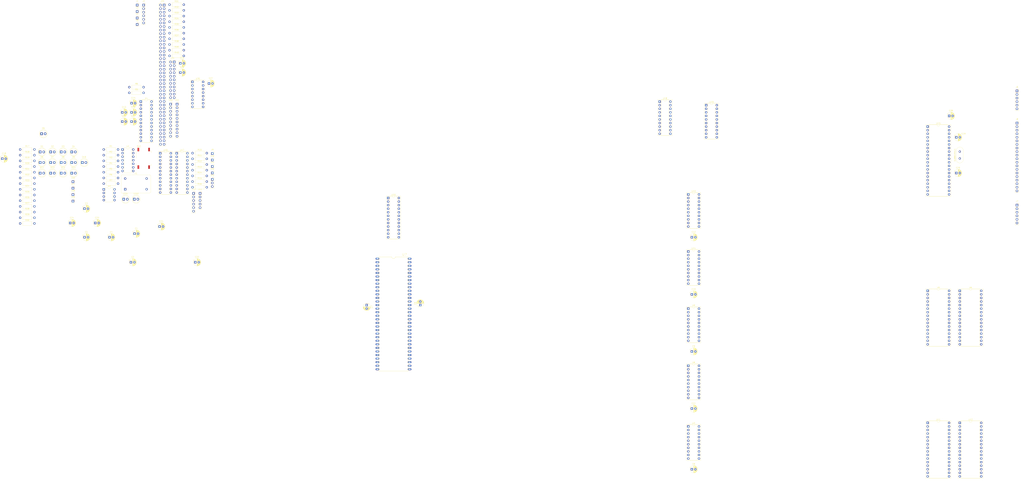
<source format=kicad_pcb>
(kicad_pcb (version 20221018) (generator pcbnew)
  (layers (0 "F.Cu" signal) (1 "In1.Cu" power) (2 "In2.Cu" power) (31 "B.Cu" signal) (34 "B.Paste" user) (35 "F.Paste" user) (36 "B.SilkS" user "B.Silkscreen") (37 "F.SilkS" user "F.Silkscreen") (38 "B.Mask" user) (39 "F.Mask" user) (44 "Edge.Cuts" user))
  (net 0 "")
  (net 1 "GND")
  (net 2 "VCC")
  (net 3 "Net-(U15-X1{slash}CLK)")
  (net 4 "Net-(U15-X2)")
  (net 5 "Net-(U2-CV)")
  (net 6 "RXDA")
  (net 7 "TXDA")
  (net 8 "Net-(SW1-K)")
  (net 9 "Net-(D1-K)")
  (net 10 "Net-(D1-A)")
  (net 11 "Net-(D2-K)")
  (net 12 "Net-(D2-A)")
  (net 13 "Net-(D3-K)")
  (net 14 "Net-(D3-A)")
  (net 16 "Net-(D4-K)")
  (net 17 "Net-(D4-A)")
  (net 18 "Net-(D5-K)")
  (net 19 "D4")
  (net 20 "D3")
  (net 21 "D2")
  (net 22 "D1")
  (net 23 "D0")
  (net 24 "~{AS}")
  (net 25 "~{UDS}")
  (net 26 "~{LDS}")
  (net 27 "R{slash}~{W}")
  (net 28 "CLK")
  (net 29 "~{HALT}")
  (net 30 "~{RESET}")
  (net 31 "A1")
  (net 32 "A2")
  (net 33 "A3")
  (net 34 "A4")
  (net 35 "A5")
  (net 36 "A6")
  (net 37 "A7")
  (net 38 "A8")
  (net 39 "A9")
  (net 40 "A10")
  (net 41 "A11")
  (net 42 "A12")
  (net 43 "A13")
  (net 44 "A14")
  (net 45 "A15")
  (net 46 "A16")
  (net 47 "A17")
  (net 48 "A18")
  (net 49 "A19")
  (net 50 "A20")
  (net 51 "A21")
  (net 52 "A22")
  (net 53 "A23")
  (net 54 "D15")
  (net 55 "D14")
  (net 56 "D13")
  (net 57 "D12")
  (net 58 "D11")
  (net 59 "D10")
  (net 60 "D9")
  (net 61 "D8")
  (net 62 "D7")
  (net 63 "D6")
  (net 64 "D5")
  (net 65 "~{DUARTSEL}")
  (net 66 "Net-(D5-A)")
  (net 67 "Net-(D6-K)")
  (net 68 "Net-(D6-A)")
  (net 69 "Net-(D7-K)")
  (net 70 "Net-(D7-A)")
  (net 71 "Net-(D8-K)")
  (net 72 "Net-(D8-A)")
  (net 73 "Net-(D9-K)")
  (net 74 "Net-(D9-A)")
  (net 75 "Net-(D10-K)")
  (net 76 "Net-(D10-A)")
  (net 77 "Net-(D11-K)")
  (net 78 "Net-(D11-A)")
  (net 79 "Net-(D12-K)")
  (net 80 "Net-(D12-A)")
  (net 81 "Net-(D13-K)")
  (net 82 "Net-(D13-A)")
  (net 83 "Net-(D14-K)")
  (net 84 "Net-(D14-A)")
  (net 85 "Net-(J1-Pin_1)")
  (net 86 "Net-(J2-Pin_1)")
  (net 87 "Net-(J2-Pin_2)")
  (net 88 "Net-(J2-Pin_3)")
  (net 89 "Net-(J2-Pin_4)")
  (net 90 "Net-(J2-Pin_5)")
  (net 91 "Net-(J2-Pin_6)")
  (net 92 "Net-(J3-Pin_1)")
  (net 93 "Net-(J4-Pin_1)")
  (net 94 "Net-(J5-Pin_1)")
  (net 100 "RXDB")
  (net 101 "TXDB")
  (net 103 "Net-(J9-Pin_1)")
  (net 104 "Net-(J10-Pin_1)")
  (net 105 "Net-(J11-Pin_1)")
  (net 106 "Net-(J11-Pin_2)")
  (net 107 "Net-(J11-Pin_3)")
  (net 108 "Net-(J11-Pin_4)")
  (net 109 "Net-(J11-Pin_5)")
  (net 110 "Net-(J12-Pin_1)")
  (net 111 "Net-(J12-Pin_2)")
  (net 112 "Net-(J12-Pin_3)")
  (net 113 "Net-(J12-Pin_4)")
  (net 114 "Net-(J12-Pin_5)")
  (net 115 "Net-(J12-Pin_6)")
  (net 116 "Net-(J13-Pin_1)")
  (net 117 "Net-(J13-Pin_2)")
  (net 118 "Net-(J13-Pin_3)")
  (net 119 "Net-(J14-Pin_1)")
  (net 120 "Net-(J15-Pin_1)")
  (net 121 "Net-(J16-Pin_1)")
  (net 122 "Net-(J17-Pin_1)")
  (net 123 "Net-(J18-Pin_1)")
  (net 124 "Net-(J19-Pin_1)")
  (net 125 "Net-(J20-Pin_1)")
  (net 126 "Net-(J20-Pin_2)")
  (net 127 "Net-(J20-Pin_3)")
  (net 128 "Net-(J20-Pin_4)")
  (net 129 "Net-(J20-Pin_5)")
  (net 130 "Net-(J20-Pin_6)")
  (net 131 "Net-(J20-Pin_7)")
  (net 132 "Net-(J20-Pin_8)")
  (net 133 "Net-(J20-Pin_9)")
  (net 134 "Net-(J20-Pin_10)")
  (net 135 "Net-(J22-Pin_1)")
  (net 136 "Net-(J22-Pin_2)")
  (net 137 "Net-(J22-Pin_3)")
  (net 138 "Net-(J22-Pin_4)")
  (net 139 "Net-(J22-Pin_5)")
  (net 140 "Net-(J22-Pin_6)")
  (net 141 "Net-(J22-Pin_7)")
  (net 142 "Net-(J22-Pin_8)")
  (net 143 "Net-(J22-Pin_9)")
  (net 144 "Net-(J22-Pin_10)")
  (net 145 "A_BUF1")
  (net 146 "A_BUF2")
  (net 147 "A_BUF3")
  (net 148 "A_BUF4")
  (net 149 "A_BUF5")
  (net 150 "A_BUF6")
  (net 151 "A_BUF7")
  (net 152 "A_BUF8")
  (net 153 "A_BUF9")
  (net 154 "A_BUF10")
  (net 155 "A_BUF11")
  (net 156 "A_BUF12")
  (net 157 "A_BUF13")
  (net 158 "A_BUF14")
  (net 159 "A_BUF15")
  (net 160 "A_BUF16")
  (net 161 "A_BUF17")
  (net 162 "A_BUF18")
  (net 163 "A_BUF19")
  (net 164 "A_BUF20")
  (net 165 "A_BUF21")
  (net 166 "A_BUF22")
  (net 167 "A_BUF23")
  (net 168 "~{IACK1}")
  (net 169 "~{IACK2}")
  (net 170 "~{IACK3}")
  (net 171 "~{IACK4}")
  (net 172 "~{IACK5}")
  (net 173 "~{IACK6}")
  (net 174 "~{IACK7}")
  (net 184 "D_BUF15")
  (net 185 "D_BUF14")
  (net 186 "D_BUF13")
  (net 187 "D_BUF12")
  (net 188 "D_BUF11")
  (net 189 "D_BUF10")
  (net 190 "D_BUF9")
  (net 191 "D_BUF8")
  (net 192 "D_BUF7")
  (net 193 "D_BUF6")
  (net 194 "D_BUF5")
  (net 195 "D_BUF4")
  (net 196 "D_BUF3")
  (net 197 "D_BUF2")
  (net 198 "D_BUF1")
  (net 199 "D_BUF0")
  (net 200 "~{IRQ7}")
  (net 201 "~{IRQ6}")
  (net 202 "~{IRQ5}")
  (net 203 "~{IRQ4}")
  (net 204 "~{IRQ3}")
  (net 205 "~{IRQ2}")
  (net 206 "~{IRQ1}")
  (net 209 "~{_AS}")
  (net 210 "~{_UDS}")
  (net 211 "~{_LDS}")
  (net 212 "_R{slash}~{W}")
  (net 216 "~{DTACK}")
  (net 220 "Net-(LED1-A)")
  (net 221 "Net-(LED2-K)")
  (net 222 "Net-(LED2-A)")
  (net 223 "Net-(X1-OE)")
  (net 224 "Net-(R7-Pad1)")
  (net 225 "Net-(U7-BGACK)")
  (net 226 "~{BERR}")
  (net 228 "Net-(U2-Q)")
  (net 236 "_W{slash}~{R}")
  (net 237 "_AS")
  (net 242 "~{CSODDROM}")
  (net 243 "~{CSEVENROM}")
  (net 246 "E")
  (net 247 "~{IPL2}")
  (net 248 "~{IPL1}")
  (net 249 "~{IPL0}")
  (net 250 "FC2")
  (net 251 "FC1")
  (net 252 "FC0")
  (net 256 "~{CSODDRAM0}")
  (net 257 "~{CSEVENRAM0}")
  (net 260 "Net-(U20-D1)")
  (net 263 "Net-(U20-D2)")
  (net 264 "Net-(U20-D3)")
  (net 267 "IP0")
  (net 268 "IP1")
  (net 269 "IP2")
  (net 270 "IP3")
  (net 271 "IP4")
  (net 272 "IP5")
  (net 273 "OP0")
  (net 274 "OP1")
  (net 275 "OP2")
  (net 276 "OP3")
  (net 277 "OP4")
  (net 278 "OP5")
  (net 279 "OP6")
  (net 280 "OP7")
  (footprint "Capacitor_THT:CP_Radial_D5.0mm_P2.50mm" (layer "F.Cu") (at 121.96 322.58)
    (fp_text reference "C22")
    (fp_text value "100nF")
  )
  (footprint "Package_DIP:DIP-32_W15.24mm_Socket" (layer "F.Cu") (at 665.48 436.88)
    (fp_text reference "U12")
    (fp_text value "AS6C4008-55PCN")
  )
  (footprint "Button_Switch_SMD:SW_MEC_5GSH9" (layer "F.Cu") (at 85.31 248.63)
    (fp_text reference "SW1")
    (fp_text value "HW_RESET_SW")
  )
  (footprint "LED_THT:LED_D5.0mm" (layer "F.Cu") (at 41.67 251.63)
    (fp_text reference "D10")
    (fp_text value "FC3")
  )
  (footprint "Resistor_THT:R_Axial_DIN0207_L6.3mm_D2.5mm_P10.16mm_Horizontal" (layer "F.Cu") (at 120.01 265.18)
    (fp_text reference "R15")
    (fp_text value "4k7")
  )
  (footprint "Resistor_THT:R_Axial_DIN0207_L6.3mm_D2.5mm_P10.16mm_Horizontal" (layer "F.Cu") (at 120.01 253.03)
    (fp_text reference "R12")
    (fp_text value "4k7")
  )
  (footprint "Connector_PinSocket_2.54mm:PinSocket_1x06_P2.54mm_Vertical" (layer "F.Cu") (at 706.12 281.94)
    (fp_text reference "J7")
    (fp_text value "PORTB serial")
  )
  (footprint "Resistor_THT:R_Axial_DIN0207_L6.3mm_D2.5mm_P10.16mm_Horizontal" (layer "F.Cu") (at 56.9 266.63)
    (fp_text reference "R7")
    (fp_text value "270R")
  )
  (footprint "Connector_PinSocket_2.54mm:PinSocket_1x01_P2.54mm_Vertical" (layer "F.Cu") (at 35.02 274.48)
    (fp_text reference "J18")
    (fp_text value "Free pin")
  )
  (footprint "Connector_PinSocket_2.54mm:PinSocket_1x01_P2.54mm_Vertical" (layer "F.Cu") (at 80.64 148.78)
    (fp_text reference "J4")
    (fp_text value "Conn_01x01_Pin")
  )
  (footprint "Capacitor_THT:CP_Radial_D5.0mm_P2.50mm" (layer "F.Cu") (at -15.24 248.92)
    (fp_text reference "C18")
    (fp_text value "100nF")
  )
  (footprint "LED_THT:LED_D5.0mm" (layer "F.Cu") (at 19.17 244.08)
    (fp_text reference "D2")
    (fp_text value "IRQ2")
  )
  (footprint "Resistor_THT:R_Axial_DIN0207_L6.3mm_D2.5mm_P10.16mm_Horizontal" (layer "F.Cu") (at -2.54 286.88)
    (fp_text reference "R28")
    (fp_text value "R330")
  )
  (footprint "Connector_PinSocket_2.54mm:PinSocket_1x03_P2.54mm_Vertical" (layer "F.Cu") (at 134.07 263.63)
    (fp_text reference "J13")
    (fp_text value "Free pins")
  )
  (footprint "Connector_PinSocket_2.54mm:PinSocket_1x10_P2.54mm_Vertical" (layer "F.Cu") (at 104.41 210.08)
    (fp_text reference "J20")
    (fp_text value "Spare resistors")
  )
  (footprint "Capacitor_THT:CP_Radial_D5.0mm_P2.50mm" (layer "F.Cu") (at 111.349775 187.58)
    (fp_text reference "C26")
    (fp_text value "100nF")
  )
  (footprint "Crystal:Crystal_HC18-U_Vertical" (layer "F.Cu") (at 665.48 248.74 90)
    (fp_text reference "3.6864MHz1")
    (fp_text value "Crystal")
  )
  (footprint "Resistor_THT:R_Axial_DIN0207_L6.3mm_D2.5mm_P10.16mm_Horizontal" (layer "F.Cu") (at -2.54 278.78)
    (fp_text reference "R26")
    (fp_text value "R330")
  )
  (footprint "Resistor_THT:R_Axial_DIN0207_L6.3mm_D2.5mm_P10.16mm_Horizontal" (layer "F.Cu") (at -2.54 258.53)
    (fp_text reference "R21")
    (fp_text value "R330")
  )
  (footprint "LED_THT:LED_D5.0mm" (layer "F.Cu") (at 34.17 244.08)
    (fp_text reference "D4")
    (fp_text value "IRQ4")
  )
  (footprint "Connector_PinSocket_2.54mm:PinSocket_1x06_P2.54mm_Vertical" (layer "F.Cu") (at 85.24 139.58)
    (fp_text reference "J2")
    (fp_text value "Conn_01x06_Pin")
  )
  (footprint "LED_THT:LED_D5.0mm" (layer "F.Cu") (at 26.67 251.63)
    (fp_text reference "D8")
    (fp_text value "FC1")
  )
  (footprint "Connector_PinSocket_2.54mm:PinSocket_1x01_P2.54mm_Vertical" (layer "F.Cu") (at 134.07 259.03)
    (fp_text reference "J15")
    (fp_text value "Free pin")
  )
  (footprint "Resistor_THT:R_Axial_DIN0207_L6.3mm_D2.5mm_P10.16mm_Horizontal" (layer "F.Cu") (at 120.01 257.08)
    (fp_text reference "R13")
    (fp_text value "4k7")
  )
  (footprint "Package_DIP:DIP-24_W7.62mm_Socket" (layer "F.Cu") (at 83.26 208.23)
    (fp_text reference "U4")
    (fp_text value "GAL22V10")
  )
  (footprint "Package_DIP:DIP-20_W7.62mm_Socket" (layer "F.Cu") (at 472.44 314.96)
    (fp_text reference "U14")
    (fp_text value "74LS245")
  )
  (footprint "Connector_PinSocket_2.54mm:PinSocket_1x01_P2.54mm_Vertical" (layer "F.Cu") (at 35.02 265.28)
    (fp_text reference "J16")
    (fp_text value "Free pin")
  )
  (footprint "Package_DIP:DIP-20_W7.62mm_Socket" (layer "F.Cu") (at 485.14 210.82)
    (fp_text reference "U19")
    (fp_text value "74LS244")
  )
  (footprint "Resistor_THT:R_Axial_DIN0207_L6.3mm_D2.5mm_P10.16mm_Horizontal" (layer "F.Cu") (at -2.54 246.38)
    (fp_text reference "R18")
    (fp_text value "R330")
  )
  (footprint "Capacitor_THT:CP_Radial_D5.0mm_P2.50mm" (layer "F.Cu") (at 111.349775 181.03)
    (fp_text reference "C25")
    (fp_text value "10uF")
  )
  (footprint "Resistor_THT:R_Axial_DIN0207_L6.3mm_D2.5mm_P10.16mm_Horizontal" (layer "F.Cu") (at -2.54 290.93)
    (fp_text reference "R29")
    (fp_text value "R330")
  )
  (footprint "Connector_PinSocket_2.54mm:PinSocket_1x20_P2.54mm_Vertical" (layer "F.Cu") (at 706.12 223.52)
    (fp_text reference "J8")
    (fp_text value "DUART I/O")
  )
  (footprint "Capacitor_THT:CP_Radial_D5.0mm_P2.50mm" (layer "F.Cu") (at 475.02 345.44)
    (fp_text reference "C10")
    (fp_text value "100nF")
  )
  (footprint "Capacitor_THT:CP_Radial_D5.0mm_P2.50mm" (layer "F.Cu") (at 662.98 259.08)
    (fp_text reference "C20")
    (fp_text value "7pF")
  )
  (footprint "Capacitor_THT:CP_Radial_D5.0mm_P2.50mm" (layer "F.Cu") (at 96.56 297.18)
    (fp_text reference "C21")
    (fp_text value "100nF")
  )
  (footprint "Connector_PinSocket_2.54mm:PinSocket_1x01_P2.54mm_Vertical" (layer "F.Cu") (at 35.02 269.88)
    (fp_text reference "J17")
    (fp_text value "Free pin")
  )
  (footprint "Package_DIP:DIP-20_W7.62mm_Socket" (layer "F.Cu") (at 472.44 274.32)
    (fp_text reference "U13")
    (fp_text value "74LS245")
  )
  (footprint "Capacitor_THT:CP_Radial_D5.0mm_P2.50mm" (layer "F.Cu") (at 475.02 469.9)
    (fp_text reference "C8")
    (fp_text value "100nF")
  )
  (footprint "Resistor_THT:R_Axial_DIN0207_L6.3mm_D2.5mm_P10.16mm_Horizontal" (layer "F.Cu") (at 103.66 163.58)
    (fp_text reference "R37")
    (fp_text value "4k7")
  )
  (footprint "Resistor_THT:R_Axial_DIN0207_L6.3mm_D2.5mm_P10.16mm_Horizontal" (layer "F.Cu") (at 75.06 202.03)
    (fp_text reference "R9")
    (fp_text value "4k7")
  )
  (footprint "Resistor_THT:R_Axial_DIN0207_L6.3mm_D2.5mm_P10.16mm_Horizontal" (layer "F.Cu") (at -2.54 294.98)
    (fp_text reference "R30")
    (fp_text value "R330")
  )
  (footprint "Package_DIP:DIP-24_W7.62mm_Socket" (layer "F.Cu") (at 259.08 276.86)
    (fp_text reference "U10")
    (fp_text value "GAL22V10")
  )
  (footprint "Resistor_THT:R_Axial_DIN0207_L6.3mm_D2.5mm_P10.16mm_Horizontal" (layer "F.Cu") (at 103.66 167.63)
    (fp_text reference "R38")
    (fp_text value "4k7")
  )
  (footprint "Resistor_THT:R_Axial_DIN0207_L6.3mm_D2.5mm_P10.16mm_Horizontal" (layer "F.Cu") (at -2.54 242.33)
    (fp_text reference "R17")
    (fp_text value "R330")
  )
  (footprint "Package_DIP:DIP-20_W7.62mm_Socket" (layer "F.Cu") (at 472.44 439.42)
    (fp_text reference "U3")
    (fp_text value "74LS244")
  )
  (footprint "Connector_PinSocket_2.54mm:PinSocket_1x01_P2.54mm_Vertical" (layer "F.Cu") (at 35.02 279.08)
    (fp_text reference "J19")
    (fp_text value "Free pin")
  )
  (footprint "Capacitor_THT:CP_Radial_D5.0mm_P2.50mm" (layer "F.Cu") (at 475.02 386.08)
    (fp_text reference "C9")
    (fp_text value "100nF")
  )
  (footprint "Package_DIP:DIP-20_W7.62mm_Socket" (layer "F.Cu") (at 452.12 208.28)
    (fp_text reference "U18")
    (fp_text value "74LS244")
  )
  (footprint "Capacitor_THT:CP_Radial_D5.0mm_P2.50mm" (layer "F.Cu") (at 657.9 218.44)
    (fp_text reference "C28")
    (fp_text value "100nF")
  )
  (footprint "LED_THT:LED_D5.0mm" (layer "F.Cu") (at 19.17 259.18)
    (fp_text reference "D12")
    (fp_text value "DUARTA_TX")
  )
  (footprint "Connector_PinSocket_2.54mm:PinSocket_1x01_P2.54mm_Vertical" (layer "F.Cu") (at 80.64 153.38)
    (fp_text reference "J5")
    (fp_text value "Conn_01x01_Pin")
  )
  (footprint "Capacitor_THT:CP_Radial_D5.0mm_P2.50mm" (layer "F.Cu") (at 475.02 304.8)
    (fp_text reference "C12")
    (fp_text value "100nF")
  )
  (footprint "Package_DIP:DIP-14_W7.62mm" (layer "F.Cu") (at 70.26 242.38)
    (fp_text reference "U1")
    (fp_text value "74LS05")
  )
  (footprint "Capacitor_THT:CP_Radial_D5.0mm_P2.50mm" (layer "F.Cu") (at 76.6691 215.93)
    (fp_text reference "C16")
    (fp_text value "100nF")
  )
  (footprint "Connector_PinSocket_2.54mm:PinSocket_1x05_P2.54mm_Vertical" (layer "F.Cu") (at 125.36 273.58)
    (fp_text reference "J11")
    (fp_text value "Free Pins")
  )
  (footprint "Resistor_THT:R_Axial_DIN0207_L6.3mm_D2.5mm_P10.16mm_Horizontal" (layer "F.Cu") (at -2.54 254.48)
    (fp_text reference "R20")
    (fp_text value "R330")
  )
  (footprint "Package_DIP:DIP-32_W15.24mm_Socket" (layer "F.Cu") (at 642.62 342.9)
    (fp_text reference "U5")
    (fp_text value "SST39SF040")
  )
  (footprint "Resistor_THT:R_Axial_DIN0207_L6.3mm_D2.5mm_P10.16mm_Horizontal" (layer "F.Cu") (at 56.9 242.33)
    (fp_text reference "R1")
    (fp_text value "4K7")
  )
  (footprint "Package_DIP:DIP-40_W15.24mm_Socket" (layer "F.Cu") (at 642.62 226.06)
    (fp_text reference "U15")
    (fp_text value "68681")
  )
  (footprint "Oscillator:Oscillator_DIP-14" (layer "F.Cu") (at 72.14 270.64)
    (fp_text reference "X1")
    (fp_text value "SG-8002DB 10Mhz")
  )
  (footprint "Capacitor_THT:CP_Radial_D5.0mm_P2.50mm" (layer "F.Cu") (at 70.029325 215.93)
    (fp_text reference "C13")
    (fp_text value "100nF")
  )
  (footprint "Resistor_THT:R_Axial_DIN0207_L6.3mm_D2.5mm_P10.16mm_Horizontal" (layer "F.Cu") (at 103.66 155.48)
    (fp_text reference "R35")
    (fp_text value "4k7")
  )
  (footprint "LED_THT:LED_D5.0mm" (layer "F.Cu") (at 78.61 277.73)
    (fp_text reference "LED2")
    (fp_text value "GREEN Run")
  )
  (footprint "LED_THT:LED_D5.0mm" (layer "F.Cu") (at 34.17 259.18)
    (fp_text reference "D14")
    (fp_text value "DUARTB_TX")
  )
  (footprint "LED_THT:LED_D5.0mm" (layer "F.Cu") (at 11.67 259.18)
    (fp_text reference "D11")
    (fp_text value "DUARTA_RX")
  )
  (footprint "Resistor_THT:R_Axial_DIN0207_L6.3mm_D2.5mm_P10.16mm_Horizontal" (layer "F.Cu") (at -2.54 270.68)
    (fp_text reference "R24")
    (fp_text value "R330")
  )
  (footprint "Capacitor_THT:CP_Radial_D5.0mm_P2.50mm" (layer "F.Cu") (at 662.98 233.68)
    (fp_text reference "C19")
    (fp_text value "7pF")
  )
  (footprint "Capacitor_THT:CP_Radial_D5.0mm_P2.50mm" (layer "F.Cu") (at 70.029325 222.48)
    (fp_text reference "C14")
    (fp_text value "100nF")
  )
  (footprint "Resistor_THT:R_Axial_DIN0207_L6.3mm_D2.5mm_P10.16mm_Horizontal" (layer "F.Cu") (at -2.54 262.58)
    (fp_text reference "R22")
    (fp_text value "R330")
  )
  (footprint "Connector_PinSocket_2.54mm:PinSocket_1x01_P2.54mm_Vertical" (layer "F.Cu") (at 80.64 144.18)
    (fp_text reference "J3")
    (fp_text value "Conn_01x01_Pin")
  )
  (footprint "Capacitor_THT:CP_Radial_D5.0mm_P2.50mm" (layer "F.Cu") (at 76.6691 222.48)
    (fp_text reference "C17")
    (fp_text value "100nF")
  )
  (footprint "Package_DIP:DIP-32_W15.24mm_Socket" (layer "F.Cu") (at 642.615 436.88)
    (fp_text reference "U11")
    (fp_text value "AS6C4008-55PCN")
  )
  (footprint "LED_THT:LED_D5.0mm" (layer "F.Cu") (at 19.17 251.63)
    (fp_text reference "D7")
    (fp_text value "IRQ7")
  )
  (footprint "Resistor_THT:R_Axial_DIN0207_L6.3mm_D2.5mm_P10.16mm_Horizontal" (layer "F.Cu") (at 103.66 143.33)
    (fp_text reference "R32")
    (fp_text value "4k7")
  )
  (footprint "Capacitor_THT:CP_Radial_D5.0mm_P2.50mm" (layer "F.Cu") (at 76.24 322.58)
    (fp_text reference "C2")
    (fp_text value "100uF")
  )
  (footprint "Resistor_THT:R_Axial_DIN0207_L6.3mm_D2.5mm_P10.16mm_Horizontal" (layer "F.Cu") (at 75.06 197.98)
    (fp_text reference "R8")
    (fp_text value "4k7")
  )
  (footprint "LED_THT:LED_D5.0mm" (layer "F.Cu") (at 26.67 259.18)
    (fp_text reference "D13")
    (fp_text value "DUARTB_RX")
  )
  (footprint "Capacitor_THT:CP_Radial_D5.0mm_P2.50mm" (layer "F.Cu") (at 50.84 294.64)
    (fp_text reference "C23")
    (fp_text value "100nF")
  )
  (footprint "Resistor_THT:R_Axial_DIN0207_L6.3mm_D2.5mm_P10.16mm_Horizontal" (layer "F.Cu") (at 120.01 269.23)
    (fp_text reference "R16")
    (fp_text value "4k7")
  )
  (footprint "Resistor_THT:R_Axial_DIN0207_L6.3mm_D2.5mm_P10.16mm_Horizontal" (layer "F.Cu") (at -2.54 250.43)
    (fp_text reference "R19")
    (fp_text value "R330")
  )
  (footprint "Resistor_THT:R_Axial_DIN0207_L6.3mm_D2.5mm_P10.16mm_Horizontal" (layer "F.Cu") (at 103.66 139.28)
    (fp_text reference "R31")
    (fp_text value "4k7")
  )
  (footprint "Connector_PinSocket_2.54mm:PinSocket_1x06_P2.54mm_Vertical" (layer "F.Cu") (at 120.76 273.58)
    (fp_text reference "J12")
    (fp_text value "Free pins")
  )
  (footprint "Connector_PinSocket_2.54mm:PinSocket_2x40_P2.54mm_Vertical" (layer "F.Cu") (at 99.8 139.58)
    (fp_text reference "J23")
    (fp_text value "BUS Slot #1")
  )
  (footprint "Connector_PinSocket_2.54mm:PinSocket_1x01_P2.54mm_Vertical" (layer "F.Cu") (at 134.07 254.43)
    (fp_text reference "J14")
    (fp_text value "Free pin")
  )
  (footprint "Capacitor_THT:CP_Radial_D5.0mm_P2.50mm" (layer "F.Cu") (at 131.729775 195.38)
    (fp_text reference "C27")
    (fp_text value "100nF")
  )
  (footprint "Resistor_THT:R_Axial_DIN0207_L6.3mm_D2.5mm_P10.16mm_Horizontal" (layer "F.Cu") (at 56.9 262.58)
    (fp_text reference "R6")
    (fp_text value "4K7")
  )
  (footprint "Resistor_THT:R_Axial_DIN0207_L6.3mm_D2.5mm_P10.16mm_Horizontal" (layer "F.Cu") (at 120.01 248.98)
    (fp_text reference "R11")
    (fp_text value "4k7")
  )
  (footprint "Connector_PinSocket_2.54mm:PinSocket_1x10_P2.54mm_Vertical" (layer "F.Cu") (at 109.01 210.08)
    (fp_text reference "J22")
    (fp_text value "Spare resistors")
  )
  (footprint "LED_THT:LED_D5.0mm" (layer "F.Cu") (at 12.7 231.14)
    (fp_text reference "D5")
    (fp_text value "IRQ5")
  )
  (footprint "Package_DIP:DIP-24_W7.62mm_Socket" (layer "F.Cu") (at 108.76 245.03)
    (fp_text reference "U17")
    (fp_text value "GAL22V10")
  )
  (footprint "Capacitor_THT:CP_Radial_D5.0mm_P2.50mm" (layer "F.Cu") (at 43.18 284.48)
    (fp_text reference "C3")
    (fp_text value "100nF")
  )
  (footprint "Resistor_THT:R_Axial_DIN0207_L6.3mm_D2.5mm_P10.16mm_Horizontal" (layer "F.Cu") (at 103.66 175.73)
    (fp_text reference "R40")
    (fp_text value "4k7")
  )
  (footprint "Capacitor_THT:CP_Radial_D5.0mm_P2.50mm" (layer "F.Cu") (at 243.84 353.1 -90)
    (fp_text reference "C7")
    (fp_text value "100nF")
  )
  (footprint "Connector_PinSocket_2.54mm:PinSocket_2x11_P2.54mm_Vertical" (layer "F.Cu") (at 106.95 180.08)
    (fp_text reference "J21")
    (fp_text value "Power bar")
  )
  (footprint "Connector_PinSocket_2.54mm:PinSocket_1x01_P2.54mm_Vertical" (layer "F.Cu") (at 134.07 245.23)
    (fp_text reference "J9")
    (fp_text value "Free pin")
  )
  (footprint "Resistor_THT:R_Axial_DIN0207_L6.3mm_D2.5mm_P10.16mm_Horizontal" (layer "F.Cu") (at 103.66 171.68)
    (fp_text reference "R39")
    (fp_text value "4k7")
  )
  (footprint "Resistor_THT:R_Axial_DIN0207_L6.3mm_D2.5mm_P10.16mm_Horizontal" (layer "F.Cu") (at 56.9 258.53)
    (fp_text reference "R5")
    (fp_text value "2K2")
  )
  (footprint "Resistor_THT:R_Axial_DIN0207_L6.3mm_D2.5mm_P10.16mm_Horizontal" (layer "F.Cu") (at 56.9 250.43)
    (fp_text reference "R3")
    (fp_text value "330R")
  )
  (footprint "Capacitor_THT:CP_Radial_D5.0mm_P2.50mm" (layer "F.Cu") (at 61 304.8)
    (fp_text reference "C4")
    (fp_text value "100nF")
  )
  (footprint "Resistor_THT:R_Axial_DIN0207_L6.3mm_D2.5mm_P10.16mm_Horizontal" (layer "F.Cu") (at 103.66 151.43)
    (fp_text reference "R34")
    (fp_text value "4k7")
  )
  (footprint "LED_THT:LED_D5.0mm" (layer "F.Cu") (at 26.67 244.08)
    (fp_text reference "D3")
    (fp_text value "IRQ3")
  )
  (footprint "Resistor_THT:R_Axial_DIN0207_L6.3mm_D2.5mm_P10.16mm_Horizontal" (layer "F.Cu") (at 120.01 261.13)
    (fp_text reference "R14")
    (fp_text value "4k7")
  )
  (footprint "LED_THT:LED_D5.0mm" (layer "F.Cu") (at 11.67 244.08)
    (fp_text reference "D1")
    (fp_text value "IRQ1")
  )
  (footprint "Capacitor_THT:CP_Radial_D5.0mm_P2.50mm" (layer "F.Cu") (at 78.78 302.26)
    (fp_text reference "C1")
    (fp_text value "100nF")
  )
  (footprint "Connector_PinSocket_2.54mm:PinSocket_1x06_P2.54mm_Vertical" (layer "F.Cu") (at 706.12 200.66)
    (fp_text reference "J6")
    (fp_text value "PORTA serial")
  )
  (footprint "Resistor_THT:R_Axial_DIN0207_L6.3mm_D2.5mm_P10.16mm_Horizontal" (layer "F.Cu") (at -2.54 266.63)
    (fp_text reference "R23")
    (fp_text value "R330")
  )
  (footprint "Capacitor_THT:CP_Radial_D5.0mm_P2.50mm" (layer "F.Cu") (at 475.02 426.72)
    (fp_text reference "C11")
    (fp_text value "100nF")
  )
  (footprint "Package_DIP:DIP-20_W7.62mm_Socket" (layer "F.Cu") (at 472.44 396.24)
    (fp_text reference "U8")
    (fp_text value "74LS244")
  )
  (footprint "Resistor_THT:R_Axial_DIN0207_L6.3mm_D2.5mm_P10.16mm_Horizontal" (layer "F.Cu") (at 120.01 244.93)
    (fp_text reference "R10")
    (fp_text value "4k7")
  )
  (footprint "Resistor_THT:R_Axial_DIN0207_L6.3mm_D2.5mm_P10.16mm_Horizontal" (layer "F.Cu") (at 56.9 254.48)
    (fp_text reference "R4")
    (fp_text value "330R")
  )
  (footprint "Package_DIP:DIP-24_W7.62mm_Socket" (layer "F.Cu") (at 97.01 245.03)
    (fp_text reference "U16")
    (fp_text value "GAL22V10")
  )
  (footprint "Resistor_THT:R_Axial_DIN0207_L6.3mm_D2.5mm_P10.16mm_Horizontal" (layer "F.Cu") (at 103.66 159.53)
    (fp_text reference "R36")
    (fp_text value "4k7")
  )
  (footprint "LED_THT:LED_D5.0mm" (layer "F.Cu") (at 71.11 277.73)
    (fp_text reference "LED1")
    (fp_text value "RED Reset")
  )
  (footprint "Capacitor_THT:CP_Radial_D5.0mm_P2.50mm" (layer "F.Cu") (at 43.22 304.8)
    (fp_text reference "C5")
    (fp_text value "100nF")
  )
  (footprint "Capacitor_THT:CP_Radial_D5.0mm_P2.50mm" (layer "F.Cu") (at 76.6691 209.38)
    (fp_text reference "C15")
    (fp_text value "100nF")
  )
  (footprint "Connector_PinSocket_2.54mm:PinSocket_1x01_P2.54mm_Vertical" (layer "F.Cu") (at 134.07 249.83)
    (fp_text reference "J10")
    (fp_text value "Free pin")
  )
  (footprint "Package_DIP:DIL64" (layer "F.Cu") (at 262.89 359.41 -90)
    (fp_text reference "U7")
    (fp_text value "68010P10")
  )
  (footprint "Connector_PinSocket_2.54mm:PinSocket_1x01_P2.54mm_Vertical" (layer "F.Cu") (at 80.64 139.58)
    (fp_text reference "J1")
    (fp_text value "Conn_01x01_Pin")
  )
  (footprint "Capacitor_THT:CP_Radial_D5.0mm_P2.50mm" (layer "F.Cu") (at 281.94 353.06 90)
    (fp_text reference "C6")
    (fp_text value "100nF")
  )
  (footprint "Package_DIP:DIP-16_W7.62mm_Socket" (layer "F.Cu") (at 119.94 194.23)
    (fp_text reference "U20")
    (fp_text value "74LS175")
  )
  (footprint "Resistor_THT:R_Axial_DIN0207_L6.3mm_D2.5mm_P10.16mm_Horizontal" (layer "F.Cu") (at 103.66 147.38)
    (fp_text reference "R33")
    (fp_text value "4k7")
  )
  (footprint "Package_DIP:DIP-20_W7.62mm_Socket" (layer "F.Cu") (at 472.44 355.6)
    (fp_text reference "U9")
    (fp_text value "74LS244")
  )
  (footprint "Resistor_THT:R_Axial_DIN0207_L6.3mm_D2.5mm_P10.16mm_Horizontal" (layer "F.Cu") (at -2.54 282.83)
    (fp_text reference "R27")
    (fp_text value "R330")
  )
  (footprint "Resistor_THT:R_Axial_DIN0207_L6.3mm_D2.5mm_P10.16mm_Horizontal" (layer "F.Cu") (at 56.9 246.38)
    (fp_text reference "R2")
    (fp_text value "4K7")
  )
  (footprint "Package_DIP:DIP-8_W7.62mm" (layer "F.Cu") (at 56.95 270.73)
    (fp_text reference "U2")
    (fp_text value "NE555P")
  )
  (footprint "LED_THT:LED_D5.0mm" (layer "F.Cu") (at 34.17 251.63)
    (fp_text reference "D9")
    (fp_text value "FC2")
  )
  (footprint "Capacitor_THT:CP_Radial_D5.0mm_P2.50mm" (layer "F.Cu") (at 33.02 294.64)
    (fp_text reference "C24")
    (fp_text value "100nF")
  )
  (footprint "LED_THT:LED_D5.0mm" (layer "F.Cu") (at 11.67 251.63)
    (fp_text reference "D6")
    (fp_text value "IRQ6")
  )
  (footprint "Resistor_THT:R_Axial_DIN0207_L6.3mm_D2.5mm_P10.16mm_Horizontal" (layer "F.Cu") (at -2.54 274.73)
    (fp_text reference "R25")
    (fp_text value "R330")
  )
  (footprint "Package_DIP:DIP-32_W15.24mm_Socket" (layer "F.Cu") (at 665.48 342.9)
    (fp_text reference "U6")
    (fp_text value "SST39SF040")
  )
)
</source>
